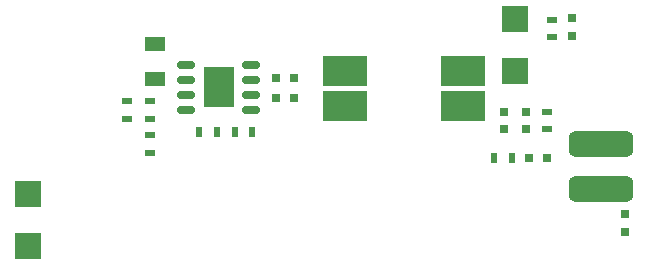
<source format=gtp>
G04*
G04 #@! TF.GenerationSoftware,Altium Limited,Altium Designer,22.10.1 (41)*
G04*
G04 Layer_Color=8421504*
%FSLAX25Y25*%
%MOIN*%
G70*
G04*
G04 #@! TF.SameCoordinates,BC4E6C30-124F-40EF-9140-6EFEC33DBF5C*
G04*
G04*
G04 #@! TF.FilePolarity,Positive*
G04*
G01*
G75*
%ADD16R,0.03543X0.02362*%
%ADD17R,0.03150X0.03150*%
G04:AMPARAMS|DCode=18|XSize=216.54mil|YSize=84.65mil|CornerRadius=21.16mil|HoleSize=0mil|Usage=FLASHONLY|Rotation=180.000|XOffset=0mil|YOffset=0mil|HoleType=Round|Shape=RoundedRectangle|*
%AMROUNDEDRECTD18*
21,1,0.21654,0.04232,0,0,180.0*
21,1,0.17421,0.08465,0,0,180.0*
1,1,0.04232,-0.08711,0.02116*
1,1,0.04232,0.08711,0.02116*
1,1,0.04232,0.08711,-0.02116*
1,1,0.04232,-0.08711,-0.02116*
%
%ADD18ROUNDEDRECTD18*%
%ADD19R,0.15158X0.09843*%
%ADD20R,0.08661X0.08661*%
%ADD21R,0.09843X0.13780*%
G04:AMPARAMS|DCode=22|XSize=25.59mil|YSize=57.09mil|CornerRadius=6.4mil|HoleSize=0mil|Usage=FLASHONLY|Rotation=90.000|XOffset=0mil|YOffset=0mil|HoleType=Round|Shape=RoundedRectangle|*
%AMROUNDEDRECTD22*
21,1,0.02559,0.04429,0,0,90.0*
21,1,0.01280,0.05709,0,0,90.0*
1,1,0.01280,0.02215,0.00640*
1,1,0.01280,0.02215,-0.00640*
1,1,0.01280,-0.02215,-0.00640*
1,1,0.01280,-0.02215,0.00640*
%
%ADD22ROUNDEDRECTD22*%
%ADD23R,0.02362X0.03543*%
%ADD24R,0.07087X0.04528*%
%ADD25R,0.03150X0.03150*%
D16*
X188583Y61614D02*
D03*
Y67520D02*
D03*
X190157Y98228D02*
D03*
Y92323D02*
D03*
X56299Y59646D02*
D03*
Y53740D02*
D03*
Y71063D02*
D03*
Y65158D02*
D03*
X48425Y71063D02*
D03*
Y65158D02*
D03*
D17*
X181496Y67520D02*
D03*
Y61614D02*
D03*
X174409Y67520D02*
D03*
Y61614D02*
D03*
X214567Y27559D02*
D03*
Y33465D02*
D03*
X196850Y92716D02*
D03*
Y98622D02*
D03*
D18*
X206693Y41634D02*
D03*
Y56791D02*
D03*
D19*
X160433Y81102D02*
D03*
Y69291D02*
D03*
X121260D02*
D03*
Y81102D02*
D03*
D20*
X177953D02*
D03*
Y98425D02*
D03*
X15748Y40157D02*
D03*
Y22835D02*
D03*
D21*
X79134Y75590D02*
D03*
D22*
X89862Y68090D02*
D03*
Y73090D02*
D03*
Y78091D02*
D03*
Y83091D02*
D03*
X68405Y68090D02*
D03*
Y73090D02*
D03*
Y78091D02*
D03*
Y83091D02*
D03*
D23*
X84449Y60630D02*
D03*
X90354D02*
D03*
X170866Y51968D02*
D03*
X176772D02*
D03*
X78543Y60630D02*
D03*
X72638D02*
D03*
D24*
X57874Y90158D02*
D03*
Y78347D02*
D03*
D25*
X98228Y78740D02*
D03*
X104134D02*
D03*
Y72047D02*
D03*
X98228D02*
D03*
X182677Y51968D02*
D03*
X188583D02*
D03*
M02*

</source>
